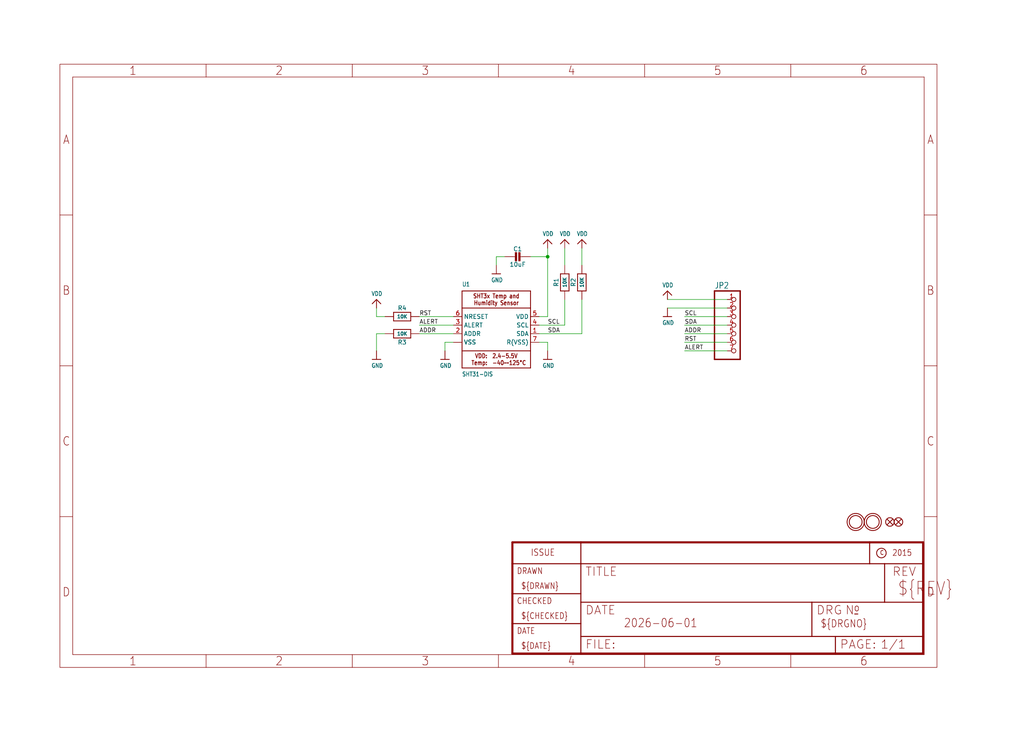
<source format=kicad_sch>
(kicad_sch (version 20230121) (generator eeschema)
  (paper "User" 303.962 217.322)
  (lib_symbols
    (symbol "working-eagle-import:CAP_CERAMIC0805-NOOUTLINE"
      (property "Reference" "C" (at -2.29 1.25 90))
      (symbol "CAP_CERAMIC0805-NOOUTLINE_1_0"
        (rectangle (start -1.27 0.508) (end 1.27 1.016) (fill (type outline)))
        (rectangle (start -1.27 1.524) (end 1.27 2.032) (fill (type outline)))
        (polyline (pts (xy 0 0.762) (xy 0 0)) (stroke (width 0.1524)))
        (polyline (pts (xy 0 2.54) (xy 0 1.778)) (stroke (width 0.1524)))
        (pin passive line (at 0 5.08 270) (length 2.54) (name "1") (number "1"))
        (pin passive line (at 0 -2.54 90) (length 2.54) (name "2") (number "2"))
      )
    )
    (symbol "working-eagle-import:FIDUCIAL{dblquote}{dblquote}"
      (symbol "FIDUCIAL{dblquote}{dblquote}_1_0"
        (polyline (pts (xy -0.762 0.762) (xy 0.762 -0.762)) (stroke (width 0.254)))
        (polyline (pts (xy 0.762 0.762) (xy -0.762 -0.762)) (stroke (width 0.254)))
        (circle (center 0 0) (radius 1.27) (stroke (width 0.254)))
      )
    )
    (symbol "working-eagle-import:FRAME_A4"
      (symbol "FRAME_A4_1_0"
        (polyline (pts (xy 0 44.7675) (xy 3.81 44.7675)))
        (polyline (pts (xy 0 89.535) (xy 3.81 89.535)))
        (polyline (pts (xy 0 134.3025) (xy 3.81 134.3025)))
        (polyline (pts (xy 3.81 3.81) (xy 3.81 175.26)))
        (polyline (pts (xy 43.3917 0) (xy 43.3917 3.81)))
        (polyline (pts (xy 43.3917 175.26) (xy 43.3917 179.07)))
        (polyline (pts (xy 86.7833 0) (xy 86.7833 3.81)))
        (polyline (pts (xy 86.7833 175.26) (xy 86.7833 179.07)))
        (polyline (pts (xy 130.175 0) (xy 130.175 3.81)))
        (polyline (pts (xy 130.175 175.26) (xy 130.175 179.07)))
        (polyline (pts (xy 173.5667 0) (xy 173.5667 3.81)))
        (polyline (pts (xy 173.5667 175.26) (xy 173.5667 179.07)))
        (polyline (pts (xy 216.9583 0) (xy 216.9583 3.81)))
        (polyline (pts (xy 216.9583 175.26) (xy 216.9583 179.07)))
        (polyline (pts (xy 256.54 3.81) (xy 3.81 3.81)))
        (polyline (pts (xy 256.54 3.81) (xy 256.54 8.89)) (stroke (width 0.1016)))
        (polyline (pts (xy 256.54 3.81) (xy 256.54 175.26)))
        (polyline (pts (xy 256.54 8.89) (xy 256.54 13.97)) (stroke (width 0.1016)))
        (polyline (pts (xy 256.54 13.97) (xy 256.54 19.05)) (stroke (width 0.1016)))
        (polyline (pts (xy 256.54 19.05) (xy 256.54 36.83)) (stroke (width 0.1016)))
        (polyline (pts (xy 256.54 44.7675) (xy 260.35 44.7675)))
        (polyline (pts (xy 256.54 89.535) (xy 260.35 89.535)))
        (polyline (pts (xy 256.54 134.3025) (xy 260.35 134.3025)))
        (polyline (pts (xy 256.54 175.26) (xy 3.81 175.26)))
        (polyline (pts (xy 0 0) (xy 260.35 0) (xy 260.35 179.07) (xy 0 179.07) (xy 0 0)))
        (text "1" (at 21.6958 1.905 0) (effects (font (size 2.54 2.286))))
        (text "1" (at 21.6958 177.165 0) (effects (font (size 2.54 2.286))))
        (text "2" (at 65.0875 1.905 0) (effects (font (size 2.54 2.286))))
        (text "2" (at 65.0875 177.165 0) (effects (font (size 2.54 2.286))))
        (text "3" (at 108.4792 1.905 0) (effects (font (size 2.54 2.286))))
        (text "3" (at 108.4792 177.165 0) (effects (font (size 2.54 2.286))))
        (text "4" (at 151.8708 1.905 0) (effects (font (size 2.54 2.286))))
        (text "4" (at 151.8708 177.165 0) (effects (font (size 2.54 2.286))))
        (text "5" (at 195.2625 1.905 0) (effects (font (size 2.54 2.286))))
        (text "5" (at 195.2625 177.165 0) (effects (font (size 2.54 2.286))))
        (text "6" (at 238.6542 1.905 0) (effects (font (size 2.54 2.286))))
        (text "6" (at 238.6542 177.165 0) (effects (font (size 2.54 2.286))))
        (text "A" (at 1.905 156.6863 0) (effects (font (size 2.54 2.286))))
        (text "A" (at 258.445 156.6863 0) (effects (font (size 2.54 2.286))))
        (text "B" (at 1.905 111.9188 0) (effects (font (size 2.54 2.286))))
        (text "B" (at 258.445 111.9188 0) (effects (font (size 2.54 2.286))))
        (text "C" (at 1.905 67.1513 0) (effects (font (size 2.54 2.286))))
        (text "C" (at 258.445 67.1513 0) (effects (font (size 2.54 2.286))))
        (text "D" (at 1.905 22.3838 0) (effects (font (size 2.54 2.286))))
        (text "D" (at 258.445 22.3838 0) (effects (font (size 2.54 2.286))))
      )
      (symbol "FRAME_A4_2_0"
        (polyline (pts (xy -0.3048 1.5748) (xy 20.0152 1.5748)) (stroke (width 0.6096)))
        (polyline (pts (xy -0.3048 10.4648) (xy -0.3048 1.5748)) (stroke (width 0.6096)))
        (polyline (pts (xy -0.3048 10.4648) (xy 20.0152 10.4648)) (stroke (width 0.3048)))
        (polyline (pts (xy -0.3048 19.3548) (xy -0.3048 10.4648)) (stroke (width 0.6096)))
        (polyline (pts (xy -0.3048 19.3548) (xy 20.0152 19.3548)) (stroke (width 0.3048)))
        (polyline (pts (xy -0.3048 28.2448) (xy -0.3048 19.3548)) (stroke (width 0.6096)))
        (polyline (pts (xy -0.3048 28.2448) (xy 20.0152 28.2448)) (stroke (width 0.3048)))
        (polyline (pts (xy -0.3048 34.5948) (xy -0.3048 28.2448)) (stroke (width 0.6096)))
        (polyline (pts (xy 20.0152 1.5748) (xy 20.0152 6.6548)) (stroke (width 0.3048)))
        (polyline (pts (xy 20.0152 1.5748) (xy 95.5802 1.5748)) (stroke (width 0.6096)))
        (polyline (pts (xy 20.0152 6.6548) (xy 20.0152 10.4648)) (stroke (width 0.3048)))
        (polyline (pts (xy 20.0152 6.6548) (xy 88.5952 6.6548)) (stroke (width 0.3048)))
        (polyline (pts (xy 20.0152 10.4648) (xy 20.0152 16.8148)) (stroke (width 0.3048)))
        (polyline (pts (xy 20.0152 16.8148) (xy 20.0152 19.3548)) (stroke (width 0.3048)))
        (polyline (pts (xy 20.0152 19.3548) (xy 20.0152 28.2448)) (stroke (width 0.3048)))
        (polyline (pts (xy 20.0152 28.2448) (xy 20.0152 34.5948)) (stroke (width 0.3048)))
        (polyline (pts (xy 20.0152 28.2448) (xy 105.7402 28.2448)) (stroke (width 0.3048)))
        (polyline (pts (xy 20.0152 34.5948) (xy -0.3048 34.5948)) (stroke (width 0.6096)))
        (polyline (pts (xy 88.5952 6.6548) (xy 95.5802 6.6548)) (stroke (width 0.3048)))
        (polyline (pts (xy 88.5952 16.8148) (xy 20.0152 16.8148)) (stroke (width 0.3048)))
        (polyline (pts (xy 88.5952 16.8148) (xy 88.5952 6.6548)) (stroke (width 0.3048)))
        (polyline (pts (xy 95.5802 1.5748) (xy 121.6152 1.5748)) (stroke (width 0.6096)))
        (polyline (pts (xy 95.5802 6.6548) (xy 95.5802 1.5748)) (stroke (width 0.3048)))
        (polyline (pts (xy 95.5802 6.6548) (xy 121.6152 6.6548)) (stroke (width 0.3048)))
        (polyline (pts (xy 101.2952 13.3223) (xy 102.2477 13.3223)) (stroke (width 0.254)))
        (polyline (pts (xy 105.7402 28.2448) (xy 105.7402 34.5948)) (stroke (width 0.3048)))
        (polyline (pts (xy 105.7402 28.2448) (xy 110.1852 28.2448)) (stroke (width 0.3048)))
        (polyline (pts (xy 105.7402 34.5948) (xy 20.0152 34.5948)) (stroke (width 0.6096)))
        (polyline (pts (xy 110.1852 16.8148) (xy 88.5952 16.8148)) (stroke (width 0.3048)))
        (polyline (pts (xy 110.1852 28.2448) (xy 110.1852 16.8148)) (stroke (width 0.3048)))
        (polyline (pts (xy 110.1852 28.2448) (xy 121.6152 28.2448)) (stroke (width 0.3048)))
        (polyline (pts (xy 121.6152 6.6548) (xy 121.6152 1.5748)) (stroke (width 0.6096)))
        (polyline (pts (xy 121.6152 16.8148) (xy 110.1852 16.8148)) (stroke (width 0.3048)))
        (polyline (pts (xy 121.6152 16.8148) (xy 121.6152 6.6548)) (stroke (width 0.6096)))
        (polyline (pts (xy 121.6152 28.2448) (xy 121.6152 16.8148)) (stroke (width 0.6096)))
        (polyline (pts (xy 121.6152 34.5948) (xy 105.7402 34.5948)) (stroke (width 0.6096)))
        (polyline (pts (xy 121.6152 34.5948) (xy 121.6152 28.2448)) (stroke (width 0.6096)))
        (circle (center 109.2327 31.4198) (radius 1.4199) (stroke (width 0.254)))
        (text "${#}/${##}" (at 108.9152 2.8448 0) (effects (font (size 2.54 2.54)) (justify left bottom)))
        (text "${CHECKED}" (at 2.2352 11.7348 0) (effects (font (size 1.778 1.5113)) (justify left bottom)))
        (text "${COMPANY}" (at 23.349 29.6735 0) (effects (font (size 3.175 2.6987) (thickness 0.5397) bold) (justify left bottom)))
        (text "${CURRENT_DATE}" (at 32.7152 9.1948 0) (effects (font (size 2.54 2.159)) (justify left bottom)))
        (text "${DATE}" (at 2.2352 2.8448 0) (effects (font (size 1.778 1.5113)) (justify left bottom)))
        (text "${DRAWN}" (at 2.2352 20.6248 0) (effects (font (size 1.778 1.5113)) (justify left bottom)))
        (text "${DRGNO}" (at 91.1352 9.1948 0) (effects (font (size 2.1844 1.8567)) (justify left bottom)))
        (text "${PROJECTNAME}" (at 33.0327 2.8448 0) (effects (font (size 2.54 2.159)) (justify left bottom)))
        (text "${REV}" (at 113.9952 18.7198 0) (effects (font (size 3.81 3.2385)) (justify left bottom)))
        (text "2015" (at 112.4077 30.4673 0) (effects (font (size 1.778 1.5113)) (justify left bottom)))
        (text "C" (at 108.7564 30.7848 0) (effects (font (size 1.27 1.0795)) (justify left bottom)))
        (text "CHECKED" (at 0.9652 16.1798 0) (effects (font (size 1.778 1.5113)) (justify left bottom)))
        (text "DATE" (at 0.9652 7.2898 0) (effects (font (size 1.778 1.5113)) (justify left bottom)))
        (text "DATE" (at 21.2852 13.0048 0) (effects (font (size 2.54 2.54)) (justify left bottom)))
        (text "DRAWN" (at 0.9652 25.0698 0) (effects (font (size 1.778 1.5113)) (justify left bottom)))
        (text "DRG" (at 89.8652 13.0048 0) (effects (font (size 2.54 2.54)) (justify left bottom)))
        (text "FILE:" (at 21.2852 2.8448 0) (effects (font (size 2.54 2.54)) (justify left bottom)))
        (text "ISSUE" (at 5.0927 30.4673 0) (effects (font (size 1.9304 1.6408)) (justify left bottom)))
        (text "N" (at 98.4377 13.0048 0) (effects (font (size 2.54 2.54)) (justify left bottom)))
        (text "o" (at 100.9777 13.9573 0) (effects (font (size 2.1844 1.8567)) (justify left bottom)))
        (text "PAGE:" (at 96.8502 2.8448 0) (effects (font (size 2.54 2.54)) (justify left bottom)))
        (text "REV" (at 112.4077 24.4348 0) (effects (font (size 2.54 2.54)) (justify left bottom)))
        (text "TITLE" (at 21.2852 24.4348 0) (effects (font (size 2.54 2.54)) (justify left bottom)))
      )
    )
    (symbol "working-eagle-import:GND" (power)
      (property "Value" "GND" (at -1.524 -2.54 0))
      (symbol "GND_1_0"
        (polyline (pts (xy -1.27 0) (xy 1.27 0)) (stroke (width 0.254)))
        (pin power_in line (at 0 2.54 270) (length 2.54) (name "GND") (number "1"))
      )
    )
    (symbol "working-eagle-import:HEADER-1X770MIL"
      (property "Reference" "JP" (at -6.35 10.795 0))
      (symbol "HEADER-1X770MIL_1_0"
        (polyline (pts (xy -6.35 -10.16) (xy 1.27 -10.16)) (stroke (width 0.4064)))
        (polyline (pts (xy -6.35 10.16) (xy -6.35 -10.16)) (stroke (width 0.4064)))
        (polyline (pts (xy 1.27 -10.16) (xy 1.27 10.16)) (stroke (width 0.4064)))
        (polyline (pts (xy 1.27 10.16) (xy -6.35 10.16)) (stroke (width 0.4064)))
        (pin passive inverted (at -2.54 7.62 0) (length 2.54) (name "1") (number "1"))
        (pin passive inverted (at -2.54 5.08 0) (length 2.54) (name "2") (number "2"))
        (pin passive inverted (at -2.54 2.54 0) (length 2.54) (name "3") (number "3"))
        (pin passive inverted (at -2.54 0 0) (length 2.54) (name "4") (number "4"))
        (pin passive inverted (at -2.54 -2.54 0) (length 2.54) (name "5") (number "5"))
        (pin passive inverted (at -2.54 -5.08 0) (length 2.54) (name "6") (number "6"))
        (pin passive inverted (at -2.54 -7.62 0) (length 2.54) (name "7") (number "7"))
      )
    )
    (symbol "working-eagle-import:MOUNTINGHOLE2.5"
      (symbol "MOUNTINGHOLE2.5_1_0"
        (circle (center 0 0) (radius 1.905) (stroke (width 0.254)))
        (circle (center 0 0) (radius 2.54) (stroke (width 0.254)))
      )
    )
    (symbol "working-eagle-import:RESISTOR0805_NOOUTLINE"
      (property "Reference" "R" (at 0 2.54 0))
      (symbol "RESISTOR0805_NOOUTLINE_1_0"
        (polyline (pts (xy -2.54 -1.27) (xy -2.54 1.27)) (stroke (width 0.254)))
        (polyline (pts (xy -2.54 1.27) (xy 2.54 1.27)) (stroke (width 0.254)))
        (polyline (pts (xy 2.54 -1.27) (xy -2.54 -1.27)) (stroke (width 0.254)))
        (polyline (pts (xy 2.54 1.27) (xy 2.54 -1.27)) (stroke (width 0.254)))
        (pin passive line (at -5.08 0 0) (length 2.54) (name "1") (number "1"))
        (pin passive line (at 5.08 0 180) (length 2.54) (name "2") (number "2"))
      )
    )
    (symbol "working-eagle-import:RESISTOR_0805MP"
      (property "Reference" "R" (at 0 2.54 0))
      (symbol "RESISTOR_0805MP_1_0"
        (polyline (pts (xy -2.54 -1.27) (xy -2.54 1.27)) (stroke (width 0.254)))
        (polyline (pts (xy -2.54 1.27) (xy 2.54 1.27)) (stroke (width 0.254)))
        (polyline (pts (xy 2.54 -1.27) (xy -2.54 -1.27)) (stroke (width 0.254)))
        (polyline (pts (xy 2.54 1.27) (xy 2.54 -1.27)) (stroke (width 0.254)))
        (pin passive line (at -5.08 0 0) (length 2.54) (name "1") (number "1"))
        (pin passive line (at 5.08 0 180) (length 2.54) (name "2") (number "2"))
      )
    )
    (symbol "working-eagle-import:SHT3X"
      (property "Reference" "U" (at -10.16 11.43 0))
      (symbol "SHT3X_1_0"
        (polyline (pts (xy -10.16 -12.7) (xy 10.16 -12.7)) (stroke (width 0.254)))
        (polyline (pts (xy -10.16 -7.62) (xy -10.16 -12.7)) (stroke (width 0.254)))
        (polyline (pts (xy -10.16 -7.62) (xy -10.16 5.08)) (stroke (width 0.254)))
        (polyline (pts (xy -10.16 5.08) (xy -10.16 10.16)) (stroke (width 0.254)))
        (polyline (pts (xy -10.16 5.08) (xy 10.16 5.08)) (stroke (width 0.254)))
        (polyline (pts (xy -10.16 10.16) (xy 10.16 10.16)) (stroke (width 0.254)))
        (polyline (pts (xy 10.16 -12.7) (xy 10.16 -7.62)) (stroke (width 0.254)))
        (polyline (pts (xy 10.16 -7.62) (xy -10.16 -7.62)) (stroke (width 0.254)))
        (polyline (pts (xy 10.16 5.08) (xy 10.16 -7.62)) (stroke (width 0.254)))
        (polyline (pts (xy 10.16 10.16) (xy 10.16 5.08)) (stroke (width 0.254)))
        (text "2.4-5.5V\n-40~~125°C" (at -1.27 -10.16 0) (effects (font (size 1.27 1.0795) (thickness 0.2159) bold) (justify left)))
        (text "SHT3x Temp and\nHumidity Sensor" (at 0 7.62 0) (effects (font (size 1.27 1.0795) (thickness 0.2159) bold)))
        (text "VDD:\nTemp:" (at -2.54 -10.16 0) (effects (font (size 1.27 1.0795) (thickness 0.2159) bold) (justify right)))
        (pin bidirectional line (at 12.7 -2.54 180) (length 2.54) (name "SDA") (number "1"))
        (pin bidirectional line (at -12.7 -2.54 0) (length 2.54) (name "ADDR") (number "2"))
        (pin bidirectional line (at -12.7 0 0) (length 2.54) (name "ALERT") (number "3"))
        (pin bidirectional line (at 12.7 0 180) (length 2.54) (name "SCL") (number "4"))
        (pin power_in line (at 12.7 2.54 180) (length 2.54) (name "VDD") (number "5"))
        (pin bidirectional line (at -12.7 2.54 0) (length 2.54) (name "NRESET") (number "6"))
        (pin bidirectional line (at 12.7 -5.08 180) (length 2.54) (name "R(VSS)") (number "7"))
        (pin power_in line (at -12.7 -5.08 0) (length 2.54) (name "VSS") (number "8"))
        (pin power_in line (at -12.7 -5.08 0) (length 2.54) (name "VSS") (number "THERMAL"))
      )
    )
    (symbol "working-eagle-import:VDD" (power)
      (property "Value" "VDD" (at -1.524 1.016 0))
      (symbol "VDD_1_0"
        (polyline (pts (xy -1.27 -1.27) (xy 0 0)) (stroke (width 0.254)))
        (polyline (pts (xy 0 0) (xy 1.27 -1.27)) (stroke (width 0.254)))
        (pin power_in line (at 0 -2.54 90) (length 2.54) (name "VDD") (number "1"))
      )
    )
  )
  (junction (at 162.56 76.2))
  (wire (pts (xy 167.64 96.52) (xy 167.64 88.9)) (stroke (width 0.1524)))
  (wire (pts (xy 134.62 101.6) (xy 132.08 101.6)) (stroke (width 0.1524)))
  (wire (pts (xy 215.9 99.06) (xy 203.2 99.06)) (stroke (width 0.1524)))
  (wire (pts (xy 111.76 99.06) (xy 111.76 104.14)) (stroke (width 0.1524)))
  (wire (pts (xy 172.72 99.06) (xy 172.72 88.9)) (stroke (width 0.1524)))
  (wire (pts (xy 198.12 91.44) (xy 215.9 91.44)) (stroke (width 0.1524)))
  (wire (pts (xy 134.62 96.52) (xy 124.46 96.52)) (stroke (width 0.1524)))
  (wire (pts (xy 111.76 93.98) (xy 111.76 91.44)) (stroke (width 0.1524)))
  (wire (pts (xy 162.56 101.6) (xy 162.56 104.14)) (stroke (width 0.1524)))
  (wire (pts (xy 114.3 93.98) (xy 111.76 93.98)) (stroke (width 0.1524)))
  (wire (pts (xy 134.62 93.98) (xy 124.46 93.98)) (stroke (width 0.1524)))
  (wire (pts (xy 162.56 76.2) (xy 162.56 73.66)) (stroke (width 0.1524)))
  (wire (pts (xy 203.2 93.98) (xy 215.9 93.98)) (stroke (width 0.1524)))
  (wire (pts (xy 114.3 99.06) (xy 111.76 99.06)) (stroke (width 0.1524)))
  (wire (pts (xy 147.32 76.2) (xy 147.32 78.74)) (stroke (width 0.1524)))
  (wire (pts (xy 167.64 78.74) (xy 167.64 73.66)) (stroke (width 0.1524)))
  (wire (pts (xy 134.62 99.06) (xy 124.46 99.06)) (stroke (width 0.1524)))
  (wire (pts (xy 172.72 78.74) (xy 172.72 73.66)) (stroke (width 0.1524)))
  (wire (pts (xy 215.9 101.6) (xy 203.2 101.6)) (stroke (width 0.1524)))
  (wire (pts (xy 132.08 101.6) (xy 132.08 104.14)) (stroke (width 0.1524)))
  (wire (pts (xy 160.02 99.06) (xy 172.72 99.06)) (stroke (width 0.1524)))
  (wire (pts (xy 160.02 101.6) (xy 162.56 101.6)) (stroke (width 0.1524)))
  (wire (pts (xy 160.02 93.98) (xy 162.56 93.98)) (stroke (width 0.1524)))
  (wire (pts (xy 162.56 93.98) (xy 162.56 76.2)) (stroke (width 0.1524)))
  (wire (pts (xy 157.48 76.2) (xy 162.56 76.2)) (stroke (width 0.1524)))
  (wire (pts (xy 160.02 96.52) (xy 167.64 96.52)) (stroke (width 0.1524)))
  (wire (pts (xy 215.9 104.14) (xy 203.2 104.14)) (stroke (width 0.1524)))
  (wire (pts (xy 203.2 96.52) (xy 215.9 96.52)) (stroke (width 0.1524)))
  (wire (pts (xy 149.86 76.2) (xy 147.32 76.2)) (stroke (width 0.1524)))
  (wire (pts (xy 198.12 88.9) (xy 215.9 88.9)) (stroke (width 0.1524)))
  (label "ALERT" (at 203.2 104.14 0) (effects (font (size 1.2446 1.2446))))
  (label "SCL" (at 162.56 96.52 0) (effects (font (size 1.2446 1.2446))))
  (label "SDA" (at 162.56 99.06 0) (effects (font (size 1.2446 1.2446))))
  (label "ALERT" (at 124.46 96.52 0) (effects (font (size 1.2446 1.2446))))
  (label "ADDR" (at 203.2 99.06 0) (effects (font (size 1.2446 1.2446))))
  (label "SDA" (at 203.2 96.52 0) (effects (font (size 1.2446 1.2446))))
  (label "SCL" (at 203.2 93.98 0) (effects (font (size 1.2446 1.2446))))
  (label "RST" (at 124.46 93.98 0) (effects (font (size 1.2446 1.2446))))
  (label "ADDR" (at 124.46 99.06 0) (effects (font (size 1.2446 1.2446))))
  (label "RST" (at 203.2 101.6 0) (effects (font (size 1.2446 1.2446))))
  (symbol (lib_id "working-eagle-import:VDD") (at 198.12 86.36 0) (unit 1)
    (property "Reference" "#U$14" (effects hide))
    (property "Value" "VDD" (at 196.596 85.344 0) (effects (font (size 1.27 1.0795)) (justify left bottom)))
  )
  (symbol (lib_id "working-eagle-import:CAP_CERAMIC0805-NOOUTLINE") (at 152.4 76.2 270) (unit 1)
    (property "Reference" "C1" (at 153.65 73.91 90))
    (property "Value" "10uF" (at 153.65 78.5 90))
    (property "Footprint" "working:0805-NO" (effects hide))
  )
  (symbol (lib_id "working-eagle-import:FIDUCIAL{dblquote}{dblquote}") (at 264.16 154.94 0) (unit 1)
    (property "Reference" "FID3" (effects hide))
    (property "Value" "FIDUCIAL{dblquote}{dblquote}" (effects hide))
    (property "Footprint" "working:FIDUCIAL_1MM" (effects hide))
  )
  (symbol (lib_id "working-eagle-import:FRAME_A4") (at 17.78 198.12 0) (unit 1)
    (property "Reference" "#FRAME1" (effects hide))
    (property "Value" "FRAME_A4" (effects hide))
  )
  (symbol (lib_id "working-eagle-import:GND") (at 198.12 93.98 0) (unit 1)
    (property "Reference" "#U$15" (effects hide))
    (property "Value" "GND" (at 196.596 96.52 0) (effects (font (size 1.27 1.0795)) (justify left bottom)))
  )
  (symbol (lib_id "working-eagle-import:RESISTOR_0805MP") (at 119.38 99.06 180) (unit 1)
    (property "Reference" "R3" (at 119.38 101.6 0))
    (property "Value" "10K" (at 119.38 99.06 0) (effects (font (size 1.016 1.016) bold)))
    (property "Footprint" "working:_0805MP" (effects hide))
  )
  (symbol (lib_id "working-eagle-import:SHT3X") (at 147.32 96.52 0) (unit 1)
    (property "Reference" "U1" (at 137.16 85.09 0) (effects (font (size 1.27 1.0795)) (justify left bottom)))
    (property "Value" "SHT31-DIS" (at 137.16 111.76 0) (effects (font (size 1.27 1.0795)) (justify left bottom)))
    (property "Footprint" "working:SHT3X" (effects hide))
  )
  (symbol (lib_id "working-eagle-import:HEADER-1X770MIL") (at 218.44 96.52 0) (unit 1)
    (property "Reference" "JP2" (at 212.09 85.725 0) (effects (font (size 1.778 1.5113)) (justify left bottom)))
    (property "Value" "HEADER-1X770MIL" (effects hide))
    (property "Footprint" "working:1X07_ROUND_70" (effects hide))
  )
  (symbol (lib_id "working-eagle-import:RESISTOR0805_NOOUTLINE") (at 167.64 83.82 90) (unit 1)
    (property "Reference" "R1" (at 165.1 83.82 0))
    (property "Value" "10K" (at 167.64 83.82 0) (effects (font (size 1.016 1.016) bold)))
    (property "Footprint" "working:0805-NO" (effects hide))
  )
  (symbol (lib_id "working-eagle-import:RESISTOR0805_NOOUTLINE") (at 172.72 83.82 90) (unit 1)
    (property "Reference" "R2" (at 170.18 83.82 0))
    (property "Value" "10K" (at 172.72 83.82 0) (effects (font (size 1.016 1.016) bold)))
    (property "Footprint" "working:0805-NO" (effects hide))
  )
  (symbol (lib_id "working-eagle-import:FRAME_A4") (at 152.4 195.58 0) (unit 2)
    (property "Reference" "#FRAME1" (effects hide))
    (property "Value" "FRAME_A4" (effects hide))
  )
  (symbol (lib_id "working-eagle-import:VDD") (at 162.56 71.12 0) (unit 1)
    (property "Reference" "#U$3" (effects hide))
    (property "Value" "VDD" (at 161.036 70.104 0) (effects (font (size 1.27 1.0795)) (justify left bottom)))
  )
  (symbol (lib_id "working-eagle-import:RESISTOR0805_NOOUTLINE") (at 119.38 93.98 0) (unit 1)
    (property "Reference" "R4" (at 119.38 91.44 0))
    (property "Value" "10K" (at 119.38 93.98 0) (effects (font (size 1.016 1.016) bold)))
    (property "Footprint" "working:0805-NO" (effects hide))
  )
  (symbol (lib_id "working-eagle-import:MOUNTINGHOLE2.5") (at 254 154.94 0) (unit 1)
    (property "Reference" "U$2" (effects hide))
    (property "Value" "MOUNTINGHOLE2.5" (effects hide))
    (property "Footprint" "working:MOUNTINGHOLE_2.5_PLATED" (effects hide))
  )
  (symbol (lib_id "working-eagle-import:GND") (at 132.08 106.68 0) (unit 1)
    (property "Reference" "#U$8" (effects hide))
    (property "Value" "GND" (at 130.556 109.22 0) (effects (font (size 1.27 1.0795)) (justify left bottom)))
  )
  (symbol (lib_id "working-eagle-import:GND") (at 111.76 106.68 0) (unit 1)
    (property "Reference" "#U$9" (effects hide))
    (property "Value" "GND" (at 110.236 109.22 0) (effects (font (size 1.27 1.0795)) (justify left bottom)))
  )
  (symbol (lib_id "working-eagle-import:VDD") (at 111.76 88.9 0) (unit 1)
    (property "Reference" "#U$10" (effects hide))
    (property "Value" "VDD" (at 110.236 87.884 0) (effects (font (size 1.27 1.0795)) (justify left bottom)))
  )
  (symbol (lib_id "working-eagle-import:FIDUCIAL{dblquote}{dblquote}") (at 266.7 154.94 0) (unit 1)
    (property "Reference" "FID2" (effects hide))
    (property "Value" "FIDUCIAL{dblquote}{dblquote}" (effects hide))
    (property "Footprint" "working:FIDUCIAL_1MM" (effects hide))
  )
  (symbol (lib_id "working-eagle-import:VDD") (at 172.72 71.12 0) (unit 1)
    (property "Reference" "#U$6" (effects hide))
    (property "Value" "VDD" (at 171.196 70.104 0) (effects (font (size 1.27 1.0795)) (justify left bottom)))
  )
  (symbol (lib_id "working-eagle-import:GND") (at 162.56 106.68 0) (unit 1)
    (property "Reference" "#U$7" (effects hide))
    (property "Value" "GND" (at 161.036 109.22 0) (effects (font (size 1.27 1.0795)) (justify left bottom)))
  )
  (symbol (lib_id "working-eagle-import:GND") (at 147.32 81.28 0) (unit 1)
    (property "Reference" "#U$4" (effects hide))
    (property "Value" "GND" (at 145.796 83.82 0) (effects (font (size 1.27 1.0795)) (justify left bottom)))
  )
  (symbol (lib_id "working-eagle-import:MOUNTINGHOLE2.5") (at 259.08 154.94 0) (unit 1)
    (property "Reference" "U$1" (effects hide))
    (property "Value" "MOUNTINGHOLE2.5" (effects hide))
    (property "Footprint" "working:MOUNTINGHOLE_2.5_PLATED" (effects hide))
  )
  (symbol (lib_id "working-eagle-import:VDD") (at 167.64 71.12 0) (unit 1)
    (property "Reference" "#U$5" (effects hide))
    (property "Value" "VDD" (at 166.116 70.104 0) (effects (font (size 1.27 1.0795)) (justify left bottom)))
  )
)
</source>
